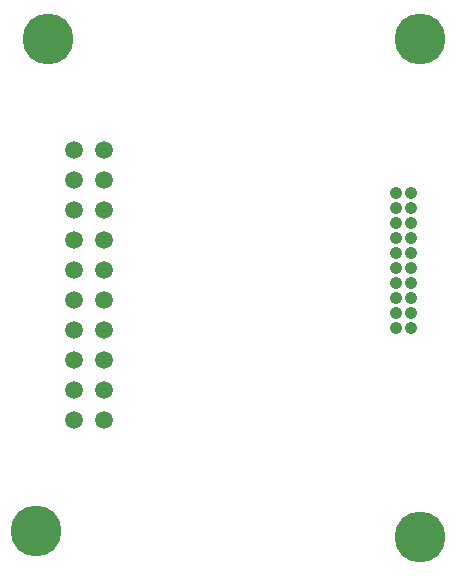
<source format=gbr>
%TF.GenerationSoftware,KiCad,Pcbnew,6.0.0*%
%TF.CreationDate,2022-01-07T11:19:12-07:00*%
%TF.ProjectId,A0004-SWD-Adapter,41303030-342d-4535-9744-2d4164617074,rev?*%
%TF.SameCoordinates,Original*%
%TF.FileFunction,Soldermask,Bot*%
%TF.FilePolarity,Negative*%
%FSLAX46Y46*%
G04 Gerber Fmt 4.6, Leading zero omitted, Abs format (unit mm)*
G04 Created by KiCad (PCBNEW 6.0.0) date 2022-01-07 11:19:12*
%MOMM*%
%LPD*%
G01*
G04 APERTURE LIST*
%ADD10C,1.498600*%
%ADD11C,4.300000*%
%ADD12C,1.066800*%
G04 APERTURE END LIST*
D10*
%TO.C,P1*%
X124123450Y-112059999D03*
X121583450Y-112059999D03*
X124123450Y-109519999D03*
X121583450Y-109519999D03*
X124123450Y-106979999D03*
X121583450Y-106979999D03*
X124123450Y-104439999D03*
X121583450Y-104439999D03*
X124123450Y-101899999D03*
X121583450Y-101899999D03*
X124123450Y-99359999D03*
X121583450Y-99359999D03*
X124123450Y-96819999D03*
X121583450Y-96819999D03*
X124123450Y-94279999D03*
X121583450Y-94279999D03*
X124123450Y-91739999D03*
X121583450Y-91739999D03*
X124123450Y-89199999D03*
X121583450Y-89199999D03*
%TD*%
D11*
%TO.C,H1*%
X150876000Y-79756000D03*
%TD*%
D12*
%TO.C,P2*%
X148832950Y-92837000D03*
X150102950Y-92837000D03*
X148832950Y-94107000D03*
X150102950Y-94107000D03*
X148832950Y-95377000D03*
X150102950Y-95377000D03*
X148832950Y-96647000D03*
X150102950Y-96647000D03*
X148832950Y-97917000D03*
X150102950Y-97917000D03*
X148832950Y-99187000D03*
X150102950Y-99187000D03*
X148832950Y-100457000D03*
X150102950Y-100457000D03*
X148832950Y-101727000D03*
X150102950Y-101727000D03*
X148832950Y-102997000D03*
X150102950Y-102997000D03*
X148832950Y-104267000D03*
X150102950Y-104267000D03*
%TD*%
D11*
%TO.C,H4*%
X118364000Y-121412000D03*
%TD*%
%TO.C,H3*%
X119380000Y-79756000D03*
%TD*%
%TO.C,H2*%
X150876000Y-121920000D03*
%TD*%
M02*

</source>
